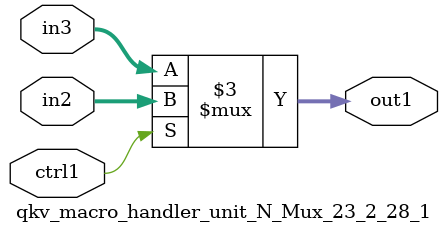
<source format=v>

`timescale 1ps / 1ps


module qkv_macro_handler_unit_N_Mux_23_2_28_1( in3, in2, ctrl1, out1 );

    input [22:0] in3;
    input [22:0] in2;
    input ctrl1;
    output [22:0] out1;
    reg [22:0] out1;

    
    // rtl_process:qkv_macro_handler_unit_N_Mux_23_2_28_1/qkv_macro_handler_unit_N_Mux_23_2_28_1_thread_1
    always @*
      begin : qkv_macro_handler_unit_N_Mux_23_2_28_1_thread_1
        case (ctrl1) 
          1'b1: 
            begin
              out1 = in2;
            end
          default: 
            begin
              out1 = in3;
            end
        endcase
      end

endmodule



</source>
